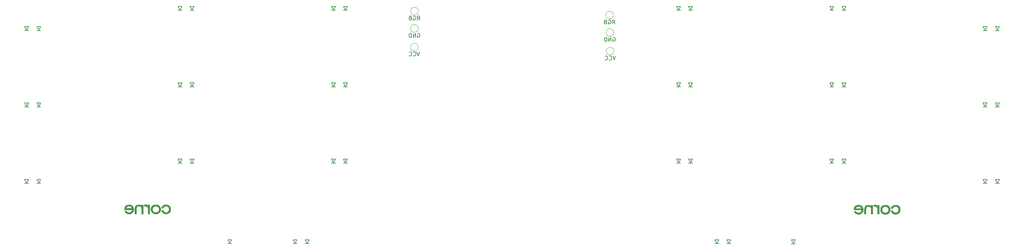
<source format=gbo>
G04 #@! TF.GenerationSoftware,KiCad,Pcbnew,(6.0.10)*
G04 #@! TF.CreationDate,2022-12-31T14:29:49-08:00*
G04 #@! TF.ProjectId,corne-ultralight,636f726e-652d-4756-9c74-72616c696768,2.0*
G04 #@! TF.SameCoordinates,Original*
G04 #@! TF.FileFunction,Legend,Bot*
G04 #@! TF.FilePolarity,Positive*
%FSLAX46Y46*%
G04 Gerber Fmt 4.6, Leading zero omitted, Abs format (unit mm)*
G04 Created by KiCad (PCBNEW (6.0.10)) date 2022-12-31 14:29:49*
%MOMM*%
%LPD*%
G01*
G04 APERTURE LIST*
%ADD10C,0.150000*%
%ADD11C,0.010000*%
%ADD12C,0.120000*%
G04 APERTURE END LIST*
D10*
X127570833Y-51747380D02*
X127237500Y-52747380D01*
X126904166Y-51747380D01*
X125999404Y-52652142D02*
X126047023Y-52699761D01*
X126189880Y-52747380D01*
X126285119Y-52747380D01*
X126427976Y-52699761D01*
X126523214Y-52604523D01*
X126570833Y-52509285D01*
X126618452Y-52318809D01*
X126618452Y-52175952D01*
X126570833Y-51985476D01*
X126523214Y-51890238D01*
X126427976Y-51795000D01*
X126285119Y-51747380D01*
X126189880Y-51747380D01*
X126047023Y-51795000D01*
X125999404Y-51842619D01*
X124999404Y-52652142D02*
X125047023Y-52699761D01*
X125189880Y-52747380D01*
X125285119Y-52747380D01*
X125427976Y-52699761D01*
X125523214Y-52604523D01*
X125570833Y-52509285D01*
X125618452Y-52318809D01*
X125618452Y-52175952D01*
X125570833Y-51985476D01*
X125523214Y-51890238D01*
X125427976Y-51795000D01*
X125285119Y-51747380D01*
X125189880Y-51747380D01*
X125047023Y-51795000D01*
X124999404Y-51842619D01*
X176095833Y-52747380D02*
X175762500Y-53747380D01*
X175429166Y-52747380D01*
X174524404Y-53652142D02*
X174572023Y-53699761D01*
X174714880Y-53747380D01*
X174810119Y-53747380D01*
X174952976Y-53699761D01*
X175048214Y-53604523D01*
X175095833Y-53509285D01*
X175143452Y-53318809D01*
X175143452Y-53175952D01*
X175095833Y-52985476D01*
X175048214Y-52890238D01*
X174952976Y-52795000D01*
X174810119Y-52747380D01*
X174714880Y-52747380D01*
X174572023Y-52795000D01*
X174524404Y-52842619D01*
X173524404Y-53652142D02*
X173572023Y-53699761D01*
X173714880Y-53747380D01*
X173810119Y-53747380D01*
X173952976Y-53699761D01*
X174048214Y-53604523D01*
X174095833Y-53509285D01*
X174143452Y-53318809D01*
X174143452Y-53175952D01*
X174095833Y-52985476D01*
X174048214Y-52890238D01*
X173952976Y-52795000D01*
X173810119Y-52747380D01*
X173714880Y-52747380D01*
X173572023Y-52795000D01*
X173524404Y-52842619D01*
X175302976Y-44797380D02*
X175636309Y-44321190D01*
X175874404Y-44797380D02*
X175874404Y-43797380D01*
X175493452Y-43797380D01*
X175398214Y-43845000D01*
X175350595Y-43892619D01*
X175302976Y-43987857D01*
X175302976Y-44130714D01*
X175350595Y-44225952D01*
X175398214Y-44273571D01*
X175493452Y-44321190D01*
X175874404Y-44321190D01*
X174350595Y-43845000D02*
X174445833Y-43797380D01*
X174588690Y-43797380D01*
X174731547Y-43845000D01*
X174826785Y-43940238D01*
X174874404Y-44035476D01*
X174922023Y-44225952D01*
X174922023Y-44368809D01*
X174874404Y-44559285D01*
X174826785Y-44654523D01*
X174731547Y-44749761D01*
X174588690Y-44797380D01*
X174493452Y-44797380D01*
X174350595Y-44749761D01*
X174302976Y-44702142D01*
X174302976Y-44368809D01*
X174493452Y-44368809D01*
X173541071Y-44273571D02*
X173398214Y-44321190D01*
X173350595Y-44368809D01*
X173302976Y-44464047D01*
X173302976Y-44606904D01*
X173350595Y-44702142D01*
X173398214Y-44749761D01*
X173493452Y-44797380D01*
X173874404Y-44797380D01*
X173874404Y-43797380D01*
X173541071Y-43797380D01*
X173445833Y-43845000D01*
X173398214Y-43892619D01*
X173350595Y-43987857D01*
X173350595Y-44083095D01*
X173398214Y-44178333D01*
X173445833Y-44225952D01*
X173541071Y-44273571D01*
X173874404Y-44273571D01*
X175449404Y-48170000D02*
X175544642Y-48122380D01*
X175687500Y-48122380D01*
X175830357Y-48170000D01*
X175925595Y-48265238D01*
X175973214Y-48360476D01*
X176020833Y-48550952D01*
X176020833Y-48693809D01*
X175973214Y-48884285D01*
X175925595Y-48979523D01*
X175830357Y-49074761D01*
X175687500Y-49122380D01*
X175592261Y-49122380D01*
X175449404Y-49074761D01*
X175401785Y-49027142D01*
X175401785Y-48693809D01*
X175592261Y-48693809D01*
X174973214Y-49122380D02*
X174973214Y-48122380D01*
X174401785Y-49122380D01*
X174401785Y-48122380D01*
X173925595Y-49122380D02*
X173925595Y-48122380D01*
X173687500Y-48122380D01*
X173544642Y-48170000D01*
X173449404Y-48265238D01*
X173401785Y-48360476D01*
X173354166Y-48550952D01*
X173354166Y-48693809D01*
X173401785Y-48884285D01*
X173449404Y-48979523D01*
X173544642Y-49074761D01*
X173687500Y-49122380D01*
X173925595Y-49122380D01*
X126952976Y-43797380D02*
X127286309Y-43321190D01*
X127524404Y-43797380D02*
X127524404Y-42797380D01*
X127143452Y-42797380D01*
X127048214Y-42845000D01*
X127000595Y-42892619D01*
X126952976Y-42987857D01*
X126952976Y-43130714D01*
X127000595Y-43225952D01*
X127048214Y-43273571D01*
X127143452Y-43321190D01*
X127524404Y-43321190D01*
X126000595Y-42845000D02*
X126095833Y-42797380D01*
X126238690Y-42797380D01*
X126381547Y-42845000D01*
X126476785Y-42940238D01*
X126524404Y-43035476D01*
X126572023Y-43225952D01*
X126572023Y-43368809D01*
X126524404Y-43559285D01*
X126476785Y-43654523D01*
X126381547Y-43749761D01*
X126238690Y-43797380D01*
X126143452Y-43797380D01*
X126000595Y-43749761D01*
X125952976Y-43702142D01*
X125952976Y-43368809D01*
X126143452Y-43368809D01*
X125191071Y-43273571D02*
X125048214Y-43321190D01*
X125000595Y-43368809D01*
X124952976Y-43464047D01*
X124952976Y-43606904D01*
X125000595Y-43702142D01*
X125048214Y-43749761D01*
X125143452Y-43797380D01*
X125524404Y-43797380D01*
X125524404Y-42797380D01*
X125191071Y-42797380D01*
X125095833Y-42845000D01*
X125048214Y-42892619D01*
X125000595Y-42987857D01*
X125000595Y-43083095D01*
X125048214Y-43178333D01*
X125095833Y-43225952D01*
X125191071Y-43273571D01*
X125524404Y-43273571D01*
X127024404Y-47170000D02*
X127119642Y-47122380D01*
X127262500Y-47122380D01*
X127405357Y-47170000D01*
X127500595Y-47265238D01*
X127548214Y-47360476D01*
X127595833Y-47550952D01*
X127595833Y-47693809D01*
X127548214Y-47884285D01*
X127500595Y-47979523D01*
X127405357Y-48074761D01*
X127262500Y-48122380D01*
X127167261Y-48122380D01*
X127024404Y-48074761D01*
X126976785Y-48027142D01*
X126976785Y-47693809D01*
X127167261Y-47693809D01*
X126548214Y-48122380D02*
X126548214Y-47122380D01*
X125976785Y-48122380D01*
X125976785Y-47122380D01*
X125500595Y-48122380D02*
X125500595Y-47122380D01*
X125262500Y-47122380D01*
X125119642Y-47170000D01*
X125024404Y-47265238D01*
X124976785Y-47360476D01*
X124929166Y-47550952D01*
X124929166Y-47693809D01*
X124976785Y-47884285D01*
X125024404Y-47979523D01*
X125119642Y-48074761D01*
X125262500Y-48122380D01*
X125500595Y-48122380D01*
X271184847Y-84420432D02*
X270184847Y-84420432D01*
X270184847Y-83420432D02*
X270684847Y-84320432D01*
X270684847Y-84320432D02*
X271184847Y-83420432D01*
X271184847Y-83420432D02*
X270184847Y-83420432D01*
X233184847Y-79420432D02*
X232184847Y-79420432D01*
X233184847Y-78420432D02*
X232184847Y-78420432D01*
X232184847Y-78420432D02*
X232684847Y-79320432D01*
X232684847Y-79320432D02*
X233184847Y-78420432D01*
X229184847Y-78415432D02*
X229684847Y-79315432D01*
X230184847Y-79415432D02*
X229184847Y-79415432D01*
X230184847Y-78415432D02*
X229184847Y-78415432D01*
X229684847Y-79315432D02*
X230184847Y-78415432D01*
X195184847Y-78420432D02*
X194184847Y-78420432D01*
X194184847Y-78420432D02*
X194684847Y-79320432D01*
X195184847Y-79420432D02*
X194184847Y-79420432D01*
X194684847Y-79320432D02*
X195184847Y-78420432D01*
X191184847Y-78420432D02*
X191684847Y-79320432D01*
X192184847Y-79420432D02*
X191184847Y-79420432D01*
X191684847Y-79320432D02*
X192184847Y-78420432D01*
X192184847Y-78420432D02*
X191184847Y-78420432D01*
X220684847Y-98430432D02*
X219684847Y-98430432D01*
X219684847Y-98430432D02*
X220184847Y-99330432D01*
X220184847Y-99330432D02*
X220684847Y-98430432D01*
X220684847Y-99430432D02*
X219684847Y-99430432D01*
X204694847Y-99415432D02*
X203694847Y-99415432D01*
X204694847Y-98415432D02*
X203694847Y-98415432D01*
X203694847Y-98415432D02*
X204194847Y-99315432D01*
X204194847Y-99315432D02*
X204694847Y-98415432D01*
X201194847Y-99315432D02*
X201694847Y-98415432D01*
X201694847Y-99415432D02*
X200694847Y-99415432D01*
X200694847Y-98415432D02*
X201194847Y-99315432D01*
X201694847Y-98415432D02*
X200694847Y-98415432D01*
X271184847Y-46420432D02*
X270184847Y-46420432D01*
X271184847Y-45420432D02*
X270184847Y-45420432D01*
X270684847Y-46320432D02*
X271184847Y-45420432D01*
X270184847Y-45420432D02*
X270684847Y-46320432D01*
X267184847Y-45420432D02*
X267684847Y-46320432D01*
X268184847Y-46420432D02*
X267184847Y-46420432D01*
X268184847Y-45420432D02*
X267184847Y-45420432D01*
X267684847Y-46320432D02*
X268184847Y-45420432D01*
X232684847Y-41320432D02*
X233184847Y-40420432D01*
X233184847Y-41420432D02*
X232184847Y-41420432D01*
X233184847Y-40420432D02*
X232184847Y-40420432D01*
X232184847Y-40420432D02*
X232684847Y-41320432D01*
X229184847Y-40415432D02*
X229684847Y-41315432D01*
X230184847Y-41415432D02*
X229184847Y-41415432D01*
X230184847Y-40415432D02*
X229184847Y-40415432D01*
X229684847Y-41315432D02*
X230184847Y-40415432D01*
X195184847Y-41420432D02*
X194184847Y-41420432D01*
X194684847Y-41320432D02*
X195184847Y-40420432D01*
X194184847Y-40420432D02*
X194684847Y-41320432D01*
X195184847Y-40420432D02*
X194184847Y-40420432D01*
X192184847Y-41420432D02*
X191184847Y-41420432D01*
X192184847Y-40420432D02*
X191184847Y-40420432D01*
X191184847Y-40420432D02*
X191684847Y-41320432D01*
X191684847Y-41320432D02*
X192184847Y-40420432D01*
X270184847Y-64420432D02*
X270684847Y-65320432D01*
X270684847Y-65320432D02*
X271184847Y-64420432D01*
X271184847Y-64420432D02*
X270184847Y-64420432D01*
X271184847Y-65420432D02*
X270184847Y-65420432D01*
X267684847Y-65320432D02*
X268184847Y-64420432D01*
X267184847Y-64420432D02*
X267684847Y-65320432D01*
X268184847Y-65420432D02*
X267184847Y-65420432D01*
X268184847Y-64420432D02*
X267184847Y-64420432D01*
X232184847Y-59420432D02*
X232684847Y-60320432D01*
X232684847Y-60320432D02*
X233184847Y-59420432D01*
X233184847Y-59420432D02*
X232184847Y-59420432D01*
X233184847Y-60420432D02*
X232184847Y-60420432D01*
X229184847Y-59415432D02*
X229684847Y-60315432D01*
X230184847Y-60415432D02*
X229184847Y-60415432D01*
X230184847Y-59415432D02*
X229184847Y-59415432D01*
X229684847Y-60315432D02*
X230184847Y-59415432D01*
X194184847Y-59420432D02*
X194684847Y-60320432D01*
X195184847Y-59420432D02*
X194184847Y-59420432D01*
X194684847Y-60320432D02*
X195184847Y-59420432D01*
X195184847Y-60420432D02*
X194184847Y-60420432D01*
X33187500Y-84320000D02*
X33687500Y-83420000D01*
X32687500Y-83420000D02*
X33187500Y-84320000D01*
X33687500Y-83420000D02*
X32687500Y-83420000D01*
X33687500Y-84420000D02*
X32687500Y-84420000D01*
X32687500Y-64420000D02*
X33187500Y-65320000D01*
X33187500Y-65320000D02*
X33687500Y-64420000D01*
X33687500Y-64420000D02*
X32687500Y-64420000D01*
X33687500Y-65420000D02*
X32687500Y-65420000D01*
X32687500Y-45420000D02*
X33187500Y-46320000D01*
X33687500Y-46420000D02*
X32687500Y-46420000D01*
X33187500Y-46320000D02*
X33687500Y-45420000D01*
X33687500Y-45420000D02*
X32687500Y-45420000D01*
X191684847Y-60320432D02*
X192184847Y-59420432D01*
X192184847Y-60420432D02*
X191184847Y-60420432D01*
X191184847Y-59420432D02*
X191684847Y-60320432D01*
X192184847Y-59420432D02*
X191184847Y-59420432D01*
X100187500Y-98405000D02*
X99187500Y-98405000D01*
X99187500Y-98405000D02*
X99687500Y-99305000D01*
X100187500Y-99405000D02*
X99187500Y-99405000D01*
X99687500Y-99305000D02*
X100187500Y-98405000D01*
X96187500Y-98405000D02*
X96687500Y-99305000D01*
X97187500Y-98405000D02*
X96187500Y-98405000D01*
X96687500Y-99305000D02*
X97187500Y-98405000D01*
X97187500Y-99405000D02*
X96187500Y-99405000D01*
X81007500Y-99410000D02*
X80007500Y-99410000D01*
X81007500Y-98410000D02*
X80007500Y-98410000D01*
X80007500Y-98410000D02*
X80507500Y-99310000D01*
X80507500Y-99310000D02*
X81007500Y-98410000D01*
X108687500Y-78420000D02*
X109187500Y-79320000D01*
X109687500Y-79420000D02*
X108687500Y-79420000D01*
X109187500Y-79320000D02*
X109687500Y-78420000D01*
X109687500Y-78420000D02*
X108687500Y-78420000D01*
X106687500Y-78420000D02*
X105687500Y-78420000D01*
X105687500Y-78420000D02*
X106187500Y-79320000D01*
X106187500Y-79320000D02*
X106687500Y-78420000D01*
X106687500Y-79420000D02*
X105687500Y-79420000D01*
X71687500Y-79415000D02*
X70687500Y-79415000D01*
X71687500Y-78415000D02*
X70687500Y-78415000D01*
X70687500Y-78415000D02*
X71187500Y-79315000D01*
X71187500Y-79315000D02*
X71687500Y-78415000D01*
X68687500Y-79420000D02*
X67687500Y-79420000D01*
X67687500Y-78420000D02*
X68187500Y-79320000D01*
X68687500Y-78420000D02*
X67687500Y-78420000D01*
X68187500Y-79320000D02*
X68687500Y-78420000D01*
X30187500Y-84316875D02*
X30687500Y-83416875D01*
X29687500Y-83416875D02*
X30187500Y-84316875D01*
X30687500Y-84416875D02*
X29687500Y-84416875D01*
X30687500Y-83416875D02*
X29687500Y-83416875D01*
X109187500Y-60320000D02*
X109687500Y-59420000D01*
X108687500Y-59420000D02*
X109187500Y-60320000D01*
X109687500Y-60420000D02*
X108687500Y-60420000D01*
X109687500Y-59420000D02*
X108687500Y-59420000D01*
X105687500Y-59420000D02*
X106187500Y-60320000D01*
X106687500Y-60420000D02*
X105687500Y-60420000D01*
X106187500Y-60320000D02*
X106687500Y-59420000D01*
X106687500Y-59420000D02*
X105687500Y-59420000D01*
X70687500Y-59415000D02*
X71187500Y-60315000D01*
X71187500Y-60315000D02*
X71687500Y-59415000D01*
X71687500Y-60415000D02*
X70687500Y-60415000D01*
X71687500Y-59415000D02*
X70687500Y-59415000D01*
X68687500Y-59420000D02*
X67687500Y-59420000D01*
X67687500Y-59420000D02*
X68187500Y-60320000D01*
X68187500Y-60320000D02*
X68687500Y-59420000D01*
X68687500Y-60420000D02*
X67687500Y-60420000D01*
X30687500Y-64416875D02*
X29687500Y-64416875D01*
X30687500Y-65416875D02*
X29687500Y-65416875D01*
X30187500Y-65316875D02*
X30687500Y-64416875D01*
X29687500Y-64416875D02*
X30187500Y-65316875D01*
X109687500Y-40420000D02*
X108687500Y-40420000D01*
X109187500Y-41320000D02*
X109687500Y-40420000D01*
X108687500Y-40420000D02*
X109187500Y-41320000D01*
X109687500Y-41420000D02*
X108687500Y-41420000D01*
X106687500Y-40420000D02*
X105687500Y-40420000D01*
X105687500Y-40420000D02*
X106187500Y-41320000D01*
X106687500Y-41420000D02*
X105687500Y-41420000D01*
X106187500Y-41320000D02*
X106687500Y-40420000D01*
X71687500Y-40415000D02*
X70687500Y-40415000D01*
X71187500Y-41315000D02*
X71687500Y-40415000D01*
X70687500Y-40415000D02*
X71187500Y-41315000D01*
X71687500Y-41415000D02*
X70687500Y-41415000D01*
X68687500Y-40420000D02*
X67687500Y-40420000D01*
X67687500Y-40420000D02*
X68187500Y-41320000D01*
X68187500Y-41320000D02*
X68687500Y-40420000D01*
X68687500Y-41420000D02*
X67687500Y-41420000D01*
X29687500Y-45416875D02*
X30187500Y-46316875D01*
X30687500Y-46416875D02*
X29687500Y-46416875D01*
X30187500Y-46316875D02*
X30687500Y-45416875D01*
X30687500Y-45416875D02*
X29687500Y-45416875D01*
X268184847Y-83420432D02*
X267184847Y-83420432D01*
X268184847Y-84420432D02*
X267184847Y-84420432D01*
X267184847Y-83420432D02*
X267684847Y-84320432D01*
X267684847Y-84320432D02*
X268184847Y-83420432D01*
G36*
X63328849Y-91143876D02*
G01*
X63294663Y-91268102D01*
X63256318Y-91370895D01*
X63205444Y-91465986D01*
X63074845Y-91635635D01*
X62907879Y-91783093D01*
X62713147Y-91901401D01*
X62499247Y-91983599D01*
X62466426Y-91991729D01*
X62320940Y-92011650D01*
X62151219Y-92016287D01*
X61975665Y-92006467D01*
X61812679Y-91983019D01*
X61680660Y-91946770D01*
X61605759Y-91915421D01*
X61397321Y-91796769D01*
X61220725Y-91646574D01*
X61081481Y-91470172D01*
X60985095Y-91272900D01*
X60982144Y-91264275D01*
X60954957Y-91142551D01*
X60939975Y-90990313D01*
X60938028Y-90882298D01*
X61343007Y-90882298D01*
X61364990Y-91059401D01*
X61417980Y-91215466D01*
X61422413Y-91224341D01*
X61529590Y-91380677D01*
X61674056Y-91504347D01*
X61851336Y-91591468D01*
X61963896Y-91622243D01*
X62167311Y-91638463D01*
X62372302Y-91608118D01*
X62569042Y-91532020D01*
X62575826Y-91528365D01*
X62669822Y-91457702D01*
X62763805Y-91356333D01*
X62844206Y-91240941D01*
X62897459Y-91128207D01*
X62917591Y-91046866D01*
X62931926Y-90899224D01*
X62926567Y-90742526D01*
X62902581Y-90595807D01*
X62861035Y-90478101D01*
X62756055Y-90324360D01*
X62622066Y-90205270D01*
X62466876Y-90121522D01*
X62297851Y-90072949D01*
X62122358Y-90059386D01*
X61947764Y-90080666D01*
X61781436Y-90136623D01*
X61630739Y-90227092D01*
X61503042Y-90351906D01*
X61405711Y-90510900D01*
X61393379Y-90540421D01*
X61352361Y-90703017D01*
X61343007Y-90882298D01*
X60938028Y-90882298D01*
X60936970Y-90823580D01*
X60945715Y-90658371D01*
X60965982Y-90510705D01*
X60997544Y-90396600D01*
X61062092Y-90261816D01*
X61195675Y-90073222D01*
X61363825Y-89919865D01*
X61563475Y-89803807D01*
X61791560Y-89727111D01*
X62045014Y-89691840D01*
X62221095Y-89689147D01*
X62406970Y-89707281D01*
X62578295Y-89752053D01*
X62752581Y-89826803D01*
X62796640Y-89850069D01*
X62985313Y-89982687D01*
X63138643Y-90148365D01*
X63254150Y-90342052D01*
X63329350Y-90558693D01*
X63361762Y-90793236D01*
X63356252Y-90899224D01*
X63348901Y-91040628D01*
X63328849Y-91143876D01*
G37*
D11*
X63328849Y-91143876D02*
X63294663Y-91268102D01*
X63256318Y-91370895D01*
X63205444Y-91465986D01*
X63074845Y-91635635D01*
X62907879Y-91783093D01*
X62713147Y-91901401D01*
X62499247Y-91983599D01*
X62466426Y-91991729D01*
X62320940Y-92011650D01*
X62151219Y-92016287D01*
X61975665Y-92006467D01*
X61812679Y-91983019D01*
X61680660Y-91946770D01*
X61605759Y-91915421D01*
X61397321Y-91796769D01*
X61220725Y-91646574D01*
X61081481Y-91470172D01*
X60985095Y-91272900D01*
X60982144Y-91264275D01*
X60954957Y-91142551D01*
X60939975Y-90990313D01*
X60938028Y-90882298D01*
X61343007Y-90882298D01*
X61364990Y-91059401D01*
X61417980Y-91215466D01*
X61422413Y-91224341D01*
X61529590Y-91380677D01*
X61674056Y-91504347D01*
X61851336Y-91591468D01*
X61963896Y-91622243D01*
X62167311Y-91638463D01*
X62372302Y-91608118D01*
X62569042Y-91532020D01*
X62575826Y-91528365D01*
X62669822Y-91457702D01*
X62763805Y-91356333D01*
X62844206Y-91240941D01*
X62897459Y-91128207D01*
X62917591Y-91046866D01*
X62931926Y-90899224D01*
X62926567Y-90742526D01*
X62902581Y-90595807D01*
X62861035Y-90478101D01*
X62756055Y-90324360D01*
X62622066Y-90205270D01*
X62466876Y-90121522D01*
X62297851Y-90072949D01*
X62122358Y-90059386D01*
X61947764Y-90080666D01*
X61781436Y-90136623D01*
X61630739Y-90227092D01*
X61503042Y-90351906D01*
X61405711Y-90510900D01*
X61393379Y-90540421D01*
X61352361Y-90703017D01*
X61343007Y-90882298D01*
X60938028Y-90882298D01*
X60936970Y-90823580D01*
X60945715Y-90658371D01*
X60965982Y-90510705D01*
X60997544Y-90396600D01*
X61062092Y-90261816D01*
X61195675Y-90073222D01*
X61363825Y-89919865D01*
X61563475Y-89803807D01*
X61791560Y-89727111D01*
X62045014Y-89691840D01*
X62221095Y-89689147D01*
X62406970Y-89707281D01*
X62578295Y-89752053D01*
X62752581Y-89826803D01*
X62796640Y-89850069D01*
X62985313Y-89982687D01*
X63138643Y-90148365D01*
X63254150Y-90342052D01*
X63329350Y-90558693D01*
X63361762Y-90793236D01*
X63356252Y-90899224D01*
X63348901Y-91040628D01*
X63328849Y-91143876D01*
G36*
X57948505Y-89698211D02*
G01*
X58118176Y-89704616D01*
X58250522Y-89723282D01*
X58356545Y-89757569D01*
X58447248Y-89810836D01*
X58533636Y-89886442D01*
X58615900Y-89968707D01*
X58615900Y-89710800D01*
X59047700Y-89710800D01*
X59047700Y-91971400D01*
X58615900Y-91971400D01*
X58615900Y-91302910D01*
X58615874Y-91246907D01*
X58614783Y-91022585D01*
X58611223Y-90841327D01*
X58604004Y-90696805D01*
X58591933Y-90582689D01*
X58573821Y-90492652D01*
X58548477Y-90420365D01*
X58514709Y-90359501D01*
X58471327Y-90303731D01*
X58417140Y-90246726D01*
X58337236Y-90176472D01*
X58225138Y-90111694D01*
X58095159Y-90076817D01*
X57932688Y-90066400D01*
X57878220Y-90067999D01*
X57709897Y-90097984D01*
X57574470Y-90165106D01*
X57473563Y-90268307D01*
X57408803Y-90406534D01*
X57400905Y-90437809D01*
X57390781Y-90500037D01*
X57383078Y-90583882D01*
X57377537Y-90695177D01*
X57373900Y-90839758D01*
X57371907Y-91023457D01*
X57371300Y-91252110D01*
X57371300Y-91971400D01*
X56939500Y-91971400D01*
X56939692Y-91304650D01*
X56940373Y-91155353D01*
X56942926Y-90971330D01*
X56947097Y-90802049D01*
X56952597Y-90656525D01*
X56959136Y-90543770D01*
X56966425Y-90472800D01*
X56977832Y-90410354D01*
X57041121Y-90201378D01*
X57138452Y-90028673D01*
X57271702Y-89889513D01*
X57442749Y-89781171D01*
X57496930Y-89755005D01*
X57560699Y-89728181D01*
X57621010Y-89711455D01*
X57691425Y-89702451D01*
X57785509Y-89698791D01*
X57916826Y-89698100D01*
X57948505Y-89698211D01*
G37*
X57948505Y-89698211D02*
X58118176Y-89704616D01*
X58250522Y-89723282D01*
X58356545Y-89757569D01*
X58447248Y-89810836D01*
X58533636Y-89886442D01*
X58615900Y-89968707D01*
X58615900Y-89710800D01*
X59047700Y-89710800D01*
X59047700Y-91971400D01*
X58615900Y-91971400D01*
X58615900Y-91302910D01*
X58615874Y-91246907D01*
X58614783Y-91022585D01*
X58611223Y-90841327D01*
X58604004Y-90696805D01*
X58591933Y-90582689D01*
X58573821Y-90492652D01*
X58548477Y-90420365D01*
X58514709Y-90359501D01*
X58471327Y-90303731D01*
X58417140Y-90246726D01*
X58337236Y-90176472D01*
X58225138Y-90111694D01*
X58095159Y-90076817D01*
X57932688Y-90066400D01*
X57878220Y-90067999D01*
X57709897Y-90097984D01*
X57574470Y-90165106D01*
X57473563Y-90268307D01*
X57408803Y-90406534D01*
X57400905Y-90437809D01*
X57390781Y-90500037D01*
X57383078Y-90583882D01*
X57377537Y-90695177D01*
X57373900Y-90839758D01*
X57371907Y-91023457D01*
X57371300Y-91252110D01*
X57371300Y-91971400D01*
X56939500Y-91971400D01*
X56939692Y-91304650D01*
X56940373Y-91155353D01*
X56942926Y-90971330D01*
X56947097Y-90802049D01*
X56952597Y-90656525D01*
X56959136Y-90543770D01*
X56966425Y-90472800D01*
X56977832Y-90410354D01*
X57041121Y-90201378D01*
X57138452Y-90028673D01*
X57271702Y-89889513D01*
X57442749Y-89781171D01*
X57496930Y-89755005D01*
X57560699Y-89728181D01*
X57621010Y-89711455D01*
X57691425Y-89702451D01*
X57785509Y-89698791D01*
X57916826Y-89698100D01*
X57948505Y-89698211D01*
G36*
X64803745Y-89691892D02*
G01*
X64987717Y-89715914D01*
X65143700Y-89759802D01*
X65146931Y-89761085D01*
X65351124Y-89868316D01*
X65530238Y-90014026D01*
X65676503Y-90190543D01*
X65782149Y-90390197D01*
X65801770Y-90443494D01*
X65821202Y-90515236D01*
X65832879Y-90596188D01*
X65838581Y-90700194D01*
X65840086Y-90841100D01*
X65835707Y-91010430D01*
X65818309Y-91162138D01*
X65783730Y-91292887D01*
X65727840Y-91417841D01*
X65646511Y-91552165D01*
X65579617Y-91637289D01*
X65440240Y-91762860D01*
X65270549Y-91870877D01*
X65082913Y-91953943D01*
X64889700Y-92004664D01*
X64694182Y-92020194D01*
X64460440Y-91997913D01*
X64233593Y-91934811D01*
X64024736Y-91834131D01*
X63844962Y-91699119D01*
X63806071Y-91658876D01*
X63731631Y-91564041D01*
X63660622Y-91454252D01*
X63600576Y-91342781D01*
X63559025Y-91242902D01*
X63543500Y-91167887D01*
X63545003Y-91142594D01*
X63556505Y-91122992D01*
X63588216Y-91112620D01*
X63650332Y-91108561D01*
X63753050Y-91107895D01*
X63962600Y-91107990D01*
X64009233Y-91221389D01*
X64030816Y-91268106D01*
X64129026Y-91407622D01*
X64260210Y-91517291D01*
X64415928Y-91593785D01*
X64587741Y-91633773D01*
X64767211Y-91633926D01*
X64945898Y-91590915D01*
X65093221Y-91519303D01*
X65228096Y-91407138D01*
X65333825Y-91256531D01*
X65356887Y-91208322D01*
X65402741Y-91054327D01*
X65423427Y-90880402D01*
X65417644Y-90704924D01*
X65384093Y-90546267D01*
X65377895Y-90528547D01*
X65296047Y-90375526D01*
X65175984Y-90246089D01*
X65026435Y-90146221D01*
X64856131Y-90081910D01*
X64673801Y-90059142D01*
X64631915Y-90060461D01*
X64467136Y-90089854D01*
X64311537Y-90153012D01*
X64175362Y-90243503D01*
X64068857Y-90354894D01*
X64002267Y-90480754D01*
X63971361Y-90574399D01*
X63757431Y-90574400D01*
X63710471Y-90574343D01*
X63615888Y-90571149D01*
X63563202Y-90557261D01*
X63545917Y-90524761D01*
X63557536Y-90465731D01*
X63591563Y-90372254D01*
X63626218Y-90292188D01*
X63743778Y-90106988D01*
X63900707Y-89949036D01*
X64092150Y-89822639D01*
X64313252Y-89732102D01*
X64427951Y-89705988D01*
X64610813Y-89688372D01*
X64803745Y-89691892D01*
G37*
X64803745Y-89691892D02*
X64987717Y-89715914D01*
X65143700Y-89759802D01*
X65146931Y-89761085D01*
X65351124Y-89868316D01*
X65530238Y-90014026D01*
X65676503Y-90190543D01*
X65782149Y-90390197D01*
X65801770Y-90443494D01*
X65821202Y-90515236D01*
X65832879Y-90596188D01*
X65838581Y-90700194D01*
X65840086Y-90841100D01*
X65835707Y-91010430D01*
X65818309Y-91162138D01*
X65783730Y-91292887D01*
X65727840Y-91417841D01*
X65646511Y-91552165D01*
X65579617Y-91637289D01*
X65440240Y-91762860D01*
X65270549Y-91870877D01*
X65082913Y-91953943D01*
X64889700Y-92004664D01*
X64694182Y-92020194D01*
X64460440Y-91997913D01*
X64233593Y-91934811D01*
X64024736Y-91834131D01*
X63844962Y-91699119D01*
X63806071Y-91658876D01*
X63731631Y-91564041D01*
X63660622Y-91454252D01*
X63600576Y-91342781D01*
X63559025Y-91242902D01*
X63543500Y-91167887D01*
X63545003Y-91142594D01*
X63556505Y-91122992D01*
X63588216Y-91112620D01*
X63650332Y-91108561D01*
X63753050Y-91107895D01*
X63962600Y-91107990D01*
X64009233Y-91221389D01*
X64030816Y-91268106D01*
X64129026Y-91407622D01*
X64260210Y-91517291D01*
X64415928Y-91593785D01*
X64587741Y-91633773D01*
X64767211Y-91633926D01*
X64945898Y-91590915D01*
X65093221Y-91519303D01*
X65228096Y-91407138D01*
X65333825Y-91256531D01*
X65356887Y-91208322D01*
X65402741Y-91054327D01*
X65423427Y-90880402D01*
X65417644Y-90704924D01*
X65384093Y-90546267D01*
X65377895Y-90528547D01*
X65296047Y-90375526D01*
X65175984Y-90246089D01*
X65026435Y-90146221D01*
X64856131Y-90081910D01*
X64673801Y-90059142D01*
X64631915Y-90060461D01*
X64467136Y-90089854D01*
X64311537Y-90153012D01*
X64175362Y-90243503D01*
X64068857Y-90354894D01*
X64002267Y-90480754D01*
X63971361Y-90574399D01*
X63757431Y-90574400D01*
X63710471Y-90574343D01*
X63615888Y-90571149D01*
X63563202Y-90557261D01*
X63545917Y-90524761D01*
X63557536Y-90465731D01*
X63591563Y-90372254D01*
X63626218Y-90292188D01*
X63743778Y-90106988D01*
X63900707Y-89949036D01*
X64092150Y-89822639D01*
X64313252Y-89732102D01*
X64427951Y-89705988D01*
X64610813Y-89688372D01*
X64803745Y-89691892D01*
G36*
X59683958Y-89679536D02*
G01*
X59857202Y-89721267D01*
X60009054Y-89792357D01*
X60127231Y-89888946D01*
X60178000Y-89945358D01*
X60203400Y-89723500D01*
X60412950Y-89716122D01*
X60622500Y-89708745D01*
X60622500Y-91971400D01*
X60190700Y-91971400D01*
X60190700Y-90578838D01*
X60107611Y-90417869D01*
X60058734Y-90336179D01*
X59937119Y-90201056D01*
X59788548Y-90105922D01*
X59619149Y-90054139D01*
X59435050Y-90049068D01*
X59301700Y-90062729D01*
X59301700Y-89691961D01*
X59447763Y-89675436D01*
X59501610Y-89671025D01*
X59683958Y-89679536D01*
G37*
X59683958Y-89679536D02*
X59857202Y-89721267D01*
X60009054Y-89792357D01*
X60127231Y-89888946D01*
X60178000Y-89945358D01*
X60203400Y-89723500D01*
X60412950Y-89716122D01*
X60622500Y-89708745D01*
X60622500Y-91971400D01*
X60190700Y-91971400D01*
X60190700Y-90578838D01*
X60107611Y-90417869D01*
X60058734Y-90336179D01*
X59937119Y-90201056D01*
X59788548Y-90105922D01*
X59619149Y-90054139D01*
X59435050Y-90049068D01*
X59301700Y-90062729D01*
X59301700Y-89691961D01*
X59447763Y-89675436D01*
X59501610Y-89671025D01*
X59683958Y-89679536D01*
G36*
X56687692Y-90888242D02*
G01*
X56657156Y-91138299D01*
X56637999Y-91215249D01*
X56551626Y-91427590D01*
X56424175Y-91615554D01*
X56260575Y-91774023D01*
X56065755Y-91897879D01*
X55844643Y-91982004D01*
X55633327Y-92018535D01*
X55392404Y-92015509D01*
X55155698Y-91968237D01*
X54933010Y-91878773D01*
X54734143Y-91749173D01*
X54703956Y-91722746D01*
X54621226Y-91634606D01*
X54541501Y-91531086D01*
X54476583Y-91428398D01*
X54438270Y-91342750D01*
X54432581Y-91319182D01*
X54437590Y-91300133D01*
X54464967Y-91290122D01*
X54524189Y-91286246D01*
X54624732Y-91285600D01*
X54827987Y-91285600D01*
X54963807Y-91421419D01*
X55078505Y-91520614D01*
X55216197Y-91596329D01*
X55369871Y-91633127D01*
X55552128Y-91635596D01*
X55565096Y-91634683D01*
X55725758Y-91609647D01*
X55861612Y-91558239D01*
X55950789Y-91504256D01*
X56071357Y-91400298D01*
X56167345Y-91279172D01*
X56230783Y-91151649D01*
X56253700Y-91028498D01*
X56253700Y-90955400D01*
X54348700Y-90955400D01*
X54348700Y-90808336D01*
X54364557Y-90612678D01*
X54378648Y-90560688D01*
X54805900Y-90560688D01*
X54805903Y-90561014D01*
X54811212Y-90572444D01*
X54830241Y-90581420D01*
X54868288Y-90588229D01*
X54930649Y-90593158D01*
X55022621Y-90596494D01*
X55149501Y-90598521D01*
X55316586Y-90599528D01*
X55529172Y-90599800D01*
X56252443Y-90599800D01*
X56228235Y-90536127D01*
X56147851Y-90376797D01*
X56028974Y-90235486D01*
X55882440Y-90133844D01*
X55790702Y-90098039D01*
X55631572Y-90066960D01*
X55460767Y-90062014D01*
X55296653Y-90083277D01*
X55157597Y-90130826D01*
X55154539Y-90132383D01*
X55054752Y-90198195D01*
X54960348Y-90285722D01*
X54880975Y-90383173D01*
X54826277Y-90478758D01*
X54805900Y-90560688D01*
X54378648Y-90560688D01*
X54424596Y-90391162D01*
X54525441Y-90192524D01*
X54662921Y-90020847D01*
X54832867Y-89880213D01*
X55031106Y-89774705D01*
X55253470Y-89708406D01*
X55495787Y-89685400D01*
X55715074Y-89699901D01*
X55912397Y-89746746D01*
X56107001Y-89830689D01*
X56219892Y-89898672D01*
X56388921Y-90044563D01*
X56522394Y-90221643D01*
X56618133Y-90424735D01*
X56661778Y-90599800D01*
X56673959Y-90648661D01*
X56687692Y-90888242D01*
G37*
X56687692Y-90888242D02*
X56657156Y-91138299D01*
X56637999Y-91215249D01*
X56551626Y-91427590D01*
X56424175Y-91615554D01*
X56260575Y-91774023D01*
X56065755Y-91897879D01*
X55844643Y-91982004D01*
X55633327Y-92018535D01*
X55392404Y-92015509D01*
X55155698Y-91968237D01*
X54933010Y-91878773D01*
X54734143Y-91749173D01*
X54703956Y-91722746D01*
X54621226Y-91634606D01*
X54541501Y-91531086D01*
X54476583Y-91428398D01*
X54438270Y-91342750D01*
X54432581Y-91319182D01*
X54437590Y-91300133D01*
X54464967Y-91290122D01*
X54524189Y-91286246D01*
X54624732Y-91285600D01*
X54827987Y-91285600D01*
X54963807Y-91421419D01*
X55078505Y-91520614D01*
X55216197Y-91596329D01*
X55369871Y-91633127D01*
X55552128Y-91635596D01*
X55565096Y-91634683D01*
X55725758Y-91609647D01*
X55861612Y-91558239D01*
X55950789Y-91504256D01*
X56071357Y-91400298D01*
X56167345Y-91279172D01*
X56230783Y-91151649D01*
X56253700Y-91028498D01*
X56253700Y-90955400D01*
X54348700Y-90955400D01*
X54348700Y-90808336D01*
X54364557Y-90612678D01*
X54378648Y-90560688D01*
X54805900Y-90560688D01*
X54805903Y-90561014D01*
X54811212Y-90572444D01*
X54830241Y-90581420D01*
X54868288Y-90588229D01*
X54930649Y-90593158D01*
X55022621Y-90596494D01*
X55149501Y-90598521D01*
X55316586Y-90599528D01*
X55529172Y-90599800D01*
X56252443Y-90599800D01*
X56228235Y-90536127D01*
X56147851Y-90376797D01*
X56028974Y-90235486D01*
X55882440Y-90133844D01*
X55790702Y-90098039D01*
X55631572Y-90066960D01*
X55460767Y-90062014D01*
X55296653Y-90083277D01*
X55157597Y-90130826D01*
X55154539Y-90132383D01*
X55054752Y-90198195D01*
X54960348Y-90285722D01*
X54880975Y-90383173D01*
X54826277Y-90478758D01*
X54805900Y-90560688D01*
X54378648Y-90560688D01*
X54424596Y-90391162D01*
X54525441Y-90192524D01*
X54662921Y-90020847D01*
X54832867Y-89880213D01*
X55031106Y-89774705D01*
X55253470Y-89708406D01*
X55495787Y-89685400D01*
X55715074Y-89699901D01*
X55912397Y-89746746D01*
X56107001Y-89830689D01*
X56219892Y-89898672D01*
X56388921Y-90044563D01*
X56522394Y-90221643D01*
X56618133Y-90424735D01*
X56661778Y-90599800D01*
X56673959Y-90648661D01*
X56687692Y-90888242D01*
G36*
X237467692Y-90968242D02*
G01*
X237437156Y-91218299D01*
X237417999Y-91295249D01*
X237331626Y-91507590D01*
X237204175Y-91695554D01*
X237040575Y-91854023D01*
X236845755Y-91977879D01*
X236624643Y-92062004D01*
X236413327Y-92098535D01*
X236172404Y-92095509D01*
X235935698Y-92048237D01*
X235713010Y-91958773D01*
X235514143Y-91829173D01*
X235483956Y-91802746D01*
X235401226Y-91714606D01*
X235321501Y-91611086D01*
X235256583Y-91508398D01*
X235218270Y-91422750D01*
X235212581Y-91399182D01*
X235217590Y-91380133D01*
X235244967Y-91370122D01*
X235304189Y-91366246D01*
X235404732Y-91365600D01*
X235607987Y-91365600D01*
X235743807Y-91501419D01*
X235858505Y-91600614D01*
X235996197Y-91676329D01*
X236149871Y-91713127D01*
X236332128Y-91715596D01*
X236345096Y-91714683D01*
X236505758Y-91689647D01*
X236641612Y-91638239D01*
X236730789Y-91584256D01*
X236851357Y-91480298D01*
X236947345Y-91359172D01*
X237010783Y-91231649D01*
X237033700Y-91108498D01*
X237033700Y-91035400D01*
X235128700Y-91035400D01*
X235128700Y-90888336D01*
X235144557Y-90692678D01*
X235158648Y-90640688D01*
X235585900Y-90640688D01*
X235585903Y-90641014D01*
X235591212Y-90652444D01*
X235610241Y-90661420D01*
X235648288Y-90668229D01*
X235710649Y-90673158D01*
X235802621Y-90676494D01*
X235929501Y-90678521D01*
X236096586Y-90679528D01*
X236309172Y-90679800D01*
X237032443Y-90679800D01*
X237008235Y-90616127D01*
X236927851Y-90456797D01*
X236808974Y-90315486D01*
X236662440Y-90213844D01*
X236570702Y-90178039D01*
X236411572Y-90146960D01*
X236240767Y-90142014D01*
X236076653Y-90163277D01*
X235937597Y-90210826D01*
X235934539Y-90212383D01*
X235834752Y-90278195D01*
X235740348Y-90365722D01*
X235660975Y-90463173D01*
X235606277Y-90558758D01*
X235585900Y-90640688D01*
X235158648Y-90640688D01*
X235204596Y-90471162D01*
X235305441Y-90272524D01*
X235442921Y-90100847D01*
X235612867Y-89960213D01*
X235811106Y-89854705D01*
X236033470Y-89788406D01*
X236275787Y-89765400D01*
X236495074Y-89779901D01*
X236692397Y-89826746D01*
X236887001Y-89910689D01*
X236999892Y-89978672D01*
X237168921Y-90124563D01*
X237302394Y-90301643D01*
X237398133Y-90504735D01*
X237441778Y-90679800D01*
X237453959Y-90728661D01*
X237467692Y-90968242D01*
G37*
X237467692Y-90968242D02*
X237437156Y-91218299D01*
X237417999Y-91295249D01*
X237331626Y-91507590D01*
X237204175Y-91695554D01*
X237040575Y-91854023D01*
X236845755Y-91977879D01*
X236624643Y-92062004D01*
X236413327Y-92098535D01*
X236172404Y-92095509D01*
X235935698Y-92048237D01*
X235713010Y-91958773D01*
X235514143Y-91829173D01*
X235483956Y-91802746D01*
X235401226Y-91714606D01*
X235321501Y-91611086D01*
X235256583Y-91508398D01*
X235218270Y-91422750D01*
X235212581Y-91399182D01*
X235217590Y-91380133D01*
X235244967Y-91370122D01*
X235304189Y-91366246D01*
X235404732Y-91365600D01*
X235607987Y-91365600D01*
X235743807Y-91501419D01*
X235858505Y-91600614D01*
X235996197Y-91676329D01*
X236149871Y-91713127D01*
X236332128Y-91715596D01*
X236345096Y-91714683D01*
X236505758Y-91689647D01*
X236641612Y-91638239D01*
X236730789Y-91584256D01*
X236851357Y-91480298D01*
X236947345Y-91359172D01*
X237010783Y-91231649D01*
X237033700Y-91108498D01*
X237033700Y-91035400D01*
X235128700Y-91035400D01*
X235128700Y-90888336D01*
X235144557Y-90692678D01*
X235158648Y-90640688D01*
X235585900Y-90640688D01*
X235585903Y-90641014D01*
X235591212Y-90652444D01*
X235610241Y-90661420D01*
X235648288Y-90668229D01*
X235710649Y-90673158D01*
X235802621Y-90676494D01*
X235929501Y-90678521D01*
X236096586Y-90679528D01*
X236309172Y-90679800D01*
X237032443Y-90679800D01*
X237008235Y-90616127D01*
X236927851Y-90456797D01*
X236808974Y-90315486D01*
X236662440Y-90213844D01*
X236570702Y-90178039D01*
X236411572Y-90146960D01*
X236240767Y-90142014D01*
X236076653Y-90163277D01*
X235937597Y-90210826D01*
X235934539Y-90212383D01*
X235834752Y-90278195D01*
X235740348Y-90365722D01*
X235660975Y-90463173D01*
X235606277Y-90558758D01*
X235585900Y-90640688D01*
X235158648Y-90640688D01*
X235204596Y-90471162D01*
X235305441Y-90272524D01*
X235442921Y-90100847D01*
X235612867Y-89960213D01*
X235811106Y-89854705D01*
X236033470Y-89788406D01*
X236275787Y-89765400D01*
X236495074Y-89779901D01*
X236692397Y-89826746D01*
X236887001Y-89910689D01*
X236999892Y-89978672D01*
X237168921Y-90124563D01*
X237302394Y-90301643D01*
X237398133Y-90504735D01*
X237441778Y-90679800D01*
X237453959Y-90728661D01*
X237467692Y-90968242D01*
G36*
X245583745Y-89771892D02*
G01*
X245767717Y-89795914D01*
X245923700Y-89839802D01*
X245926931Y-89841085D01*
X246131124Y-89948316D01*
X246310238Y-90094026D01*
X246456503Y-90270543D01*
X246562149Y-90470197D01*
X246581770Y-90523494D01*
X246601202Y-90595236D01*
X246612879Y-90676188D01*
X246618581Y-90780194D01*
X246620086Y-90921100D01*
X246615707Y-91090430D01*
X246598309Y-91242138D01*
X246563730Y-91372887D01*
X246507840Y-91497841D01*
X246426511Y-91632165D01*
X246359617Y-91717289D01*
X246220240Y-91842860D01*
X246050549Y-91950877D01*
X245862913Y-92033943D01*
X245669700Y-92084664D01*
X245474182Y-92100194D01*
X245240440Y-92077913D01*
X245013593Y-92014811D01*
X244804736Y-91914131D01*
X244624962Y-91779119D01*
X244586071Y-91738876D01*
X244511631Y-91644041D01*
X244440622Y-91534252D01*
X244380576Y-91422781D01*
X244339025Y-91322902D01*
X244323500Y-91247887D01*
X244325003Y-91222594D01*
X244336505Y-91202992D01*
X244368216Y-91192620D01*
X244430332Y-91188561D01*
X244533050Y-91187895D01*
X244742600Y-91187990D01*
X244789233Y-91301389D01*
X244810816Y-91348106D01*
X244909026Y-91487622D01*
X245040210Y-91597291D01*
X245195928Y-91673785D01*
X245367741Y-91713773D01*
X245547211Y-91713926D01*
X245725898Y-91670915D01*
X245873221Y-91599303D01*
X246008096Y-91487138D01*
X246113825Y-91336531D01*
X246136887Y-91288322D01*
X246182741Y-91134327D01*
X246203427Y-90960402D01*
X246197644Y-90784924D01*
X246164093Y-90626267D01*
X246157895Y-90608547D01*
X246076047Y-90455526D01*
X245955984Y-90326089D01*
X245806435Y-90226221D01*
X245636131Y-90161910D01*
X245453801Y-90139142D01*
X245411915Y-90140461D01*
X245247136Y-90169854D01*
X245091537Y-90233012D01*
X244955362Y-90323503D01*
X244848857Y-90434894D01*
X244782267Y-90560754D01*
X244751361Y-90654399D01*
X244537431Y-90654400D01*
X244490471Y-90654343D01*
X244395888Y-90651149D01*
X244343202Y-90637261D01*
X244325917Y-90604761D01*
X244337536Y-90545731D01*
X244371563Y-90452254D01*
X244406218Y-90372188D01*
X244523778Y-90186988D01*
X244680707Y-90029036D01*
X244872150Y-89902639D01*
X245093252Y-89812102D01*
X245207951Y-89785988D01*
X245390813Y-89768372D01*
X245583745Y-89771892D01*
G37*
X245583745Y-89771892D02*
X245767717Y-89795914D01*
X245923700Y-89839802D01*
X245926931Y-89841085D01*
X246131124Y-89948316D01*
X246310238Y-90094026D01*
X246456503Y-90270543D01*
X246562149Y-90470197D01*
X246581770Y-90523494D01*
X246601202Y-90595236D01*
X246612879Y-90676188D01*
X246618581Y-90780194D01*
X246620086Y-90921100D01*
X246615707Y-91090430D01*
X246598309Y-91242138D01*
X246563730Y-91372887D01*
X246507840Y-91497841D01*
X246426511Y-91632165D01*
X246359617Y-91717289D01*
X246220240Y-91842860D01*
X246050549Y-91950877D01*
X245862913Y-92033943D01*
X245669700Y-92084664D01*
X245474182Y-92100194D01*
X245240440Y-92077913D01*
X245013593Y-92014811D01*
X244804736Y-91914131D01*
X244624962Y-91779119D01*
X244586071Y-91738876D01*
X244511631Y-91644041D01*
X244440622Y-91534252D01*
X244380576Y-91422781D01*
X244339025Y-91322902D01*
X244323500Y-91247887D01*
X244325003Y-91222594D01*
X244336505Y-91202992D01*
X244368216Y-91192620D01*
X244430332Y-91188561D01*
X244533050Y-91187895D01*
X244742600Y-91187990D01*
X244789233Y-91301389D01*
X244810816Y-91348106D01*
X244909026Y-91487622D01*
X245040210Y-91597291D01*
X245195928Y-91673785D01*
X245367741Y-91713773D01*
X245547211Y-91713926D01*
X245725898Y-91670915D01*
X245873221Y-91599303D01*
X246008096Y-91487138D01*
X246113825Y-91336531D01*
X246136887Y-91288322D01*
X246182741Y-91134327D01*
X246203427Y-90960402D01*
X246197644Y-90784924D01*
X246164093Y-90626267D01*
X246157895Y-90608547D01*
X246076047Y-90455526D01*
X245955984Y-90326089D01*
X245806435Y-90226221D01*
X245636131Y-90161910D01*
X245453801Y-90139142D01*
X245411915Y-90140461D01*
X245247136Y-90169854D01*
X245091537Y-90233012D01*
X244955362Y-90323503D01*
X244848857Y-90434894D01*
X244782267Y-90560754D01*
X244751361Y-90654399D01*
X244537431Y-90654400D01*
X244490471Y-90654343D01*
X244395888Y-90651149D01*
X244343202Y-90637261D01*
X244325917Y-90604761D01*
X244337536Y-90545731D01*
X244371563Y-90452254D01*
X244406218Y-90372188D01*
X244523778Y-90186988D01*
X244680707Y-90029036D01*
X244872150Y-89902639D01*
X245093252Y-89812102D01*
X245207951Y-89785988D01*
X245390813Y-89768372D01*
X245583745Y-89771892D01*
G36*
X244108849Y-91223876D02*
G01*
X244074663Y-91348102D01*
X244036318Y-91450895D01*
X243985444Y-91545986D01*
X243854845Y-91715635D01*
X243687879Y-91863093D01*
X243493147Y-91981401D01*
X243279247Y-92063599D01*
X243246426Y-92071729D01*
X243100940Y-92091650D01*
X242931219Y-92096287D01*
X242755665Y-92086467D01*
X242592679Y-92063019D01*
X242460660Y-92026770D01*
X242385759Y-91995421D01*
X242177321Y-91876769D01*
X242000725Y-91726574D01*
X241861481Y-91550172D01*
X241765095Y-91352900D01*
X241762144Y-91344275D01*
X241734957Y-91222551D01*
X241719975Y-91070313D01*
X241718028Y-90962298D01*
X242123007Y-90962298D01*
X242144990Y-91139401D01*
X242197980Y-91295466D01*
X242202413Y-91304341D01*
X242309590Y-91460677D01*
X242454056Y-91584347D01*
X242631336Y-91671468D01*
X242743896Y-91702243D01*
X242947311Y-91718463D01*
X243152302Y-91688118D01*
X243349042Y-91612020D01*
X243355826Y-91608365D01*
X243449822Y-91537702D01*
X243543805Y-91436333D01*
X243624206Y-91320941D01*
X243677459Y-91208207D01*
X243697591Y-91126866D01*
X243711926Y-90979224D01*
X243706567Y-90822526D01*
X243682581Y-90675807D01*
X243641035Y-90558101D01*
X243536055Y-90404360D01*
X243402066Y-90285270D01*
X243246876Y-90201522D01*
X243077851Y-90152949D01*
X242902358Y-90139386D01*
X242727764Y-90160666D01*
X242561436Y-90216623D01*
X242410739Y-90307092D01*
X242283042Y-90431906D01*
X242185711Y-90590900D01*
X242173379Y-90620421D01*
X242132361Y-90783017D01*
X242123007Y-90962298D01*
X241718028Y-90962298D01*
X241716970Y-90903580D01*
X241725715Y-90738371D01*
X241745982Y-90590705D01*
X241777544Y-90476600D01*
X241842092Y-90341816D01*
X241975675Y-90153222D01*
X242143825Y-89999865D01*
X242343475Y-89883807D01*
X242571560Y-89807111D01*
X242825014Y-89771840D01*
X243001095Y-89769147D01*
X243186970Y-89787281D01*
X243358295Y-89832053D01*
X243532581Y-89906803D01*
X243576640Y-89930069D01*
X243765313Y-90062687D01*
X243918643Y-90228365D01*
X244034150Y-90422052D01*
X244109350Y-90638693D01*
X244141762Y-90873236D01*
X244136252Y-90979224D01*
X244128901Y-91120628D01*
X244108849Y-91223876D01*
G37*
X244108849Y-91223876D02*
X244074663Y-91348102D01*
X244036318Y-91450895D01*
X243985444Y-91545986D01*
X243854845Y-91715635D01*
X243687879Y-91863093D01*
X243493147Y-91981401D01*
X243279247Y-92063599D01*
X243246426Y-92071729D01*
X243100940Y-92091650D01*
X242931219Y-92096287D01*
X242755665Y-92086467D01*
X242592679Y-92063019D01*
X242460660Y-92026770D01*
X242385759Y-91995421D01*
X242177321Y-91876769D01*
X242000725Y-91726574D01*
X241861481Y-91550172D01*
X241765095Y-91352900D01*
X241762144Y-91344275D01*
X241734957Y-91222551D01*
X241719975Y-91070313D01*
X241718028Y-90962298D01*
X242123007Y-90962298D01*
X242144990Y-91139401D01*
X242197980Y-91295466D01*
X242202413Y-91304341D01*
X242309590Y-91460677D01*
X242454056Y-91584347D01*
X242631336Y-91671468D01*
X242743896Y-91702243D01*
X242947311Y-91718463D01*
X243152302Y-91688118D01*
X243349042Y-91612020D01*
X243355826Y-91608365D01*
X243449822Y-91537702D01*
X243543805Y-91436333D01*
X243624206Y-91320941D01*
X243677459Y-91208207D01*
X243697591Y-91126866D01*
X243711926Y-90979224D01*
X243706567Y-90822526D01*
X243682581Y-90675807D01*
X243641035Y-90558101D01*
X243536055Y-90404360D01*
X243402066Y-90285270D01*
X243246876Y-90201522D01*
X243077851Y-90152949D01*
X242902358Y-90139386D01*
X242727764Y-90160666D01*
X242561436Y-90216623D01*
X242410739Y-90307092D01*
X242283042Y-90431906D01*
X242185711Y-90590900D01*
X242173379Y-90620421D01*
X242132361Y-90783017D01*
X242123007Y-90962298D01*
X241718028Y-90962298D01*
X241716970Y-90903580D01*
X241725715Y-90738371D01*
X241745982Y-90590705D01*
X241777544Y-90476600D01*
X241842092Y-90341816D01*
X241975675Y-90153222D01*
X242143825Y-89999865D01*
X242343475Y-89883807D01*
X242571560Y-89807111D01*
X242825014Y-89771840D01*
X243001095Y-89769147D01*
X243186970Y-89787281D01*
X243358295Y-89832053D01*
X243532581Y-89906803D01*
X243576640Y-89930069D01*
X243765313Y-90062687D01*
X243918643Y-90228365D01*
X244034150Y-90422052D01*
X244109350Y-90638693D01*
X244141762Y-90873236D01*
X244136252Y-90979224D01*
X244128901Y-91120628D01*
X244108849Y-91223876D01*
G36*
X238728505Y-89778211D02*
G01*
X238898176Y-89784616D01*
X239030522Y-89803282D01*
X239136545Y-89837569D01*
X239227248Y-89890836D01*
X239313636Y-89966442D01*
X239395900Y-90048707D01*
X239395900Y-89790800D01*
X239827700Y-89790800D01*
X239827700Y-92051400D01*
X239395900Y-92051400D01*
X239395900Y-91382910D01*
X239395874Y-91326907D01*
X239394783Y-91102585D01*
X239391223Y-90921327D01*
X239384004Y-90776805D01*
X239371933Y-90662689D01*
X239353821Y-90572652D01*
X239328477Y-90500365D01*
X239294709Y-90439501D01*
X239251327Y-90383731D01*
X239197140Y-90326726D01*
X239117236Y-90256472D01*
X239005138Y-90191694D01*
X238875159Y-90156817D01*
X238712688Y-90146400D01*
X238658220Y-90147999D01*
X238489897Y-90177984D01*
X238354470Y-90245106D01*
X238253563Y-90348307D01*
X238188803Y-90486534D01*
X238180905Y-90517809D01*
X238170781Y-90580037D01*
X238163078Y-90663882D01*
X238157537Y-90775177D01*
X238153900Y-90919758D01*
X238151907Y-91103457D01*
X238151300Y-91332110D01*
X238151300Y-92051400D01*
X237719500Y-92051400D01*
X237719692Y-91384650D01*
X237720373Y-91235353D01*
X237722926Y-91051330D01*
X237727097Y-90882049D01*
X237732597Y-90736525D01*
X237739136Y-90623770D01*
X237746425Y-90552800D01*
X237757832Y-90490354D01*
X237821121Y-90281378D01*
X237918452Y-90108673D01*
X238051702Y-89969513D01*
X238222749Y-89861171D01*
X238276930Y-89835005D01*
X238340699Y-89808181D01*
X238401010Y-89791455D01*
X238471425Y-89782451D01*
X238565509Y-89778791D01*
X238696826Y-89778100D01*
X238728505Y-89778211D01*
G37*
X238728505Y-89778211D02*
X238898176Y-89784616D01*
X239030522Y-89803282D01*
X239136545Y-89837569D01*
X239227248Y-89890836D01*
X239313636Y-89966442D01*
X239395900Y-90048707D01*
X239395900Y-89790800D01*
X239827700Y-89790800D01*
X239827700Y-92051400D01*
X239395900Y-92051400D01*
X239395900Y-91382910D01*
X239395874Y-91326907D01*
X239394783Y-91102585D01*
X239391223Y-90921327D01*
X239384004Y-90776805D01*
X239371933Y-90662689D01*
X239353821Y-90572652D01*
X239328477Y-90500365D01*
X239294709Y-90439501D01*
X239251327Y-90383731D01*
X239197140Y-90326726D01*
X239117236Y-90256472D01*
X239005138Y-90191694D01*
X238875159Y-90156817D01*
X238712688Y-90146400D01*
X238658220Y-90147999D01*
X238489897Y-90177984D01*
X238354470Y-90245106D01*
X238253563Y-90348307D01*
X238188803Y-90486534D01*
X238180905Y-90517809D01*
X238170781Y-90580037D01*
X238163078Y-90663882D01*
X238157537Y-90775177D01*
X238153900Y-90919758D01*
X238151907Y-91103457D01*
X238151300Y-91332110D01*
X238151300Y-92051400D01*
X237719500Y-92051400D01*
X237719692Y-91384650D01*
X237720373Y-91235353D01*
X237722926Y-91051330D01*
X237727097Y-90882049D01*
X237732597Y-90736525D01*
X237739136Y-90623770D01*
X237746425Y-90552800D01*
X237757832Y-90490354D01*
X237821121Y-90281378D01*
X237918452Y-90108673D01*
X238051702Y-89969513D01*
X238222749Y-89861171D01*
X238276930Y-89835005D01*
X238340699Y-89808181D01*
X238401010Y-89791455D01*
X238471425Y-89782451D01*
X238565509Y-89778791D01*
X238696826Y-89778100D01*
X238728505Y-89778211D01*
G36*
X240463958Y-89759536D02*
G01*
X240637202Y-89801267D01*
X240789054Y-89872357D01*
X240907231Y-89968946D01*
X240958000Y-90025358D01*
X240983400Y-89803500D01*
X241192950Y-89796122D01*
X241402500Y-89788745D01*
X241402500Y-92051400D01*
X240970700Y-92051400D01*
X240970700Y-90658838D01*
X240887611Y-90497869D01*
X240838734Y-90416179D01*
X240717119Y-90281056D01*
X240568548Y-90185922D01*
X240399149Y-90134139D01*
X240215050Y-90129068D01*
X240081700Y-90142729D01*
X240081700Y-89771961D01*
X240227763Y-89755436D01*
X240281610Y-89751025D01*
X240463958Y-89759536D01*
G37*
X240463958Y-89759536D02*
X240637202Y-89801267D01*
X240789054Y-89872357D01*
X240907231Y-89968946D01*
X240958000Y-90025358D01*
X240983400Y-89803500D01*
X241192950Y-89796122D01*
X241402500Y-89788745D01*
X241402500Y-92051400D01*
X240970700Y-92051400D01*
X240970700Y-90658838D01*
X240887611Y-90497869D01*
X240838734Y-90416179D01*
X240717119Y-90281056D01*
X240568548Y-90185922D01*
X240399149Y-90134139D01*
X240215050Y-90129068D01*
X240081700Y-90142729D01*
X240081700Y-89771961D01*
X240227763Y-89755436D01*
X240281610Y-89751025D01*
X240463958Y-89759536D01*
D12*
X127187500Y-50545000D02*
G75*
G03*
X127187500Y-50545000I-950000J0D01*
G01*
X175712500Y-51545000D02*
G75*
G03*
X175712500Y-51545000I-950000J0D01*
G01*
X175562500Y-42595000D02*
G75*
G03*
X175562500Y-42595000I-950000J0D01*
G01*
X175637500Y-46920000D02*
G75*
G03*
X175637500Y-46920000I-950000J0D01*
G01*
X127212500Y-41595000D02*
G75*
G03*
X127212500Y-41595000I-950000J0D01*
G01*
X127212500Y-45920000D02*
G75*
G03*
X127212500Y-45920000I-950000J0D01*
G01*
M02*

</source>
